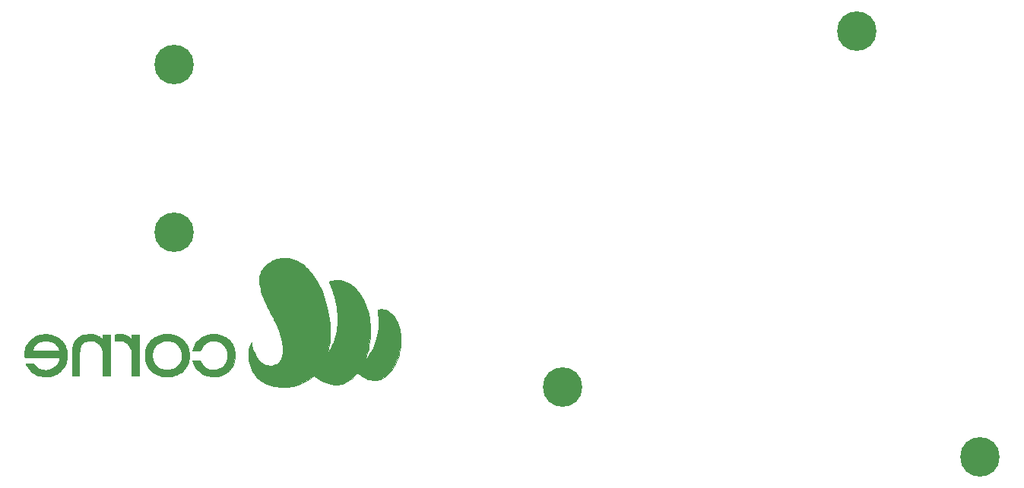
<source format=gbr>
G04 #@! TF.GenerationSoftware,KiCad,Pcbnew,5.1.5+dfsg1-2~bpo10+1*
G04 #@! TF.CreationDate,2020-09-05T13:32:20+00:00*
G04 #@! TF.ProjectId,corne-bottom-plate,636f726e-652d-4626-9f74-746f6d2d706c,2.1*
G04 #@! TF.SameCoordinates,Original*
G04 #@! TF.FileFunction,Soldermask,Bot*
G04 #@! TF.FilePolarity,Negative*
%FSLAX46Y46*%
G04 Gerber Fmt 4.6, Leading zero omitted, Abs format (unit mm)*
G04 Created by KiCad (PCBNEW 5.1.5+dfsg1-2~bpo10+1) date 2020-09-05 13:32:20*
%MOMM*%
%LPD*%
G04 APERTURE LIST*
%ADD10C,0.010000*%
%ADD11C,4.400000*%
G04 APERTURE END LIST*
D10*
G36*
X91790042Y-108333211D02*
G01*
X91671744Y-108334256D01*
X91569711Y-108337326D01*
X91479097Y-108342949D01*
X91395054Y-108351654D01*
X91312734Y-108363969D01*
X91227289Y-108380423D01*
X91133872Y-108401546D01*
X91109416Y-108407444D01*
X90901625Y-108465453D01*
X90694407Y-108537578D01*
X90490640Y-108622314D01*
X90293201Y-108718151D01*
X90104968Y-108823583D01*
X89928820Y-108937101D01*
X89767634Y-109057197D01*
X89624287Y-109182363D01*
X89616842Y-109189495D01*
X89471991Y-109341325D01*
X89346534Y-109499642D01*
X89239801Y-109665781D01*
X89151124Y-109841079D01*
X89079831Y-110026870D01*
X89025255Y-110224490D01*
X88986725Y-110435276D01*
X88984566Y-110450890D01*
X88976076Y-110532745D01*
X88970163Y-110630340D01*
X88966828Y-110738408D01*
X88966072Y-110851679D01*
X88967895Y-110964885D01*
X88972297Y-111072758D01*
X88979279Y-111170029D01*
X88984507Y-111219485D01*
X89024287Y-111485338D01*
X89079873Y-111759195D01*
X89151478Y-112041734D01*
X89239312Y-112333636D01*
X89343587Y-112635582D01*
X89464514Y-112948251D01*
X89602305Y-113272323D01*
X89667931Y-113417833D01*
X89711661Y-113511016D01*
X89764177Y-113619275D01*
X89823777Y-113739300D01*
X89888758Y-113867784D01*
X89957416Y-114001417D01*
X90028047Y-114136890D01*
X90098950Y-114270896D01*
X90168420Y-114400124D01*
X90234754Y-114521266D01*
X90250843Y-114550250D01*
X90316340Y-114669446D01*
X90385506Y-114798160D01*
X90456690Y-114933143D01*
X90528244Y-115071144D01*
X90598516Y-115208912D01*
X90665858Y-115343197D01*
X90728618Y-115470750D01*
X90785148Y-115588318D01*
X90833798Y-115692654D01*
X90857905Y-115746166D01*
X91000727Y-116082455D01*
X91127979Y-116411422D01*
X91239508Y-116732447D01*
X91335161Y-117044910D01*
X91414787Y-117348191D01*
X91478232Y-117641669D01*
X91525345Y-117924723D01*
X91555972Y-118196734D01*
X91569961Y-118457080D01*
X91569543Y-118640708D01*
X91559709Y-118831847D01*
X91540828Y-119006630D01*
X91512235Y-119168139D01*
X91473263Y-119319452D01*
X91423248Y-119463652D01*
X91361538Y-119603791D01*
X91296664Y-119725210D01*
X91227435Y-119830609D01*
X91150291Y-119925122D01*
X91107951Y-119969589D01*
X90986265Y-120076833D01*
X90853442Y-120166642D01*
X90710814Y-120238683D01*
X90559713Y-120292627D01*
X90401470Y-120328142D01*
X90237418Y-120344896D01*
X90068888Y-120342559D01*
X89897213Y-120320799D01*
X89789792Y-120297412D01*
X89635255Y-120250548D01*
X89489718Y-120189762D01*
X89350650Y-120113550D01*
X89215520Y-120020403D01*
X89081799Y-119908815D01*
X88990146Y-119821400D01*
X88882444Y-119707941D01*
X88785511Y-119592988D01*
X88696257Y-119472218D01*
X88611593Y-119341309D01*
X88528428Y-119195936D01*
X88486692Y-119116958D01*
X88411528Y-118961521D01*
X88342104Y-118798498D01*
X88279467Y-118631349D01*
X88224665Y-118463538D01*
X88178746Y-118298525D01*
X88142757Y-118139773D01*
X88117746Y-117990744D01*
X88104761Y-117854900D01*
X88104761Y-117854895D01*
X88101786Y-117807561D01*
X88098367Y-117769149D01*
X88094948Y-117743877D01*
X88092240Y-117735853D01*
X88082191Y-117744517D01*
X88064921Y-117767656D01*
X88043124Y-117801043D01*
X88019494Y-117840453D01*
X87996724Y-117881660D01*
X87986293Y-117902042D01*
X87926365Y-118041056D01*
X87875159Y-118197860D01*
X87832971Y-118370829D01*
X87800095Y-118558336D01*
X87776827Y-118758757D01*
X87763462Y-118970464D01*
X87760097Y-119148708D01*
X87769408Y-119442566D01*
X87797333Y-119726570D01*
X87843957Y-120001092D01*
X87909361Y-120266505D01*
X87993628Y-120523179D01*
X88096841Y-120771486D01*
X88140789Y-120863208D01*
X88266427Y-121093326D01*
X88407243Y-121308722D01*
X88563156Y-121509351D01*
X88734088Y-121695163D01*
X88919961Y-121866113D01*
X89120696Y-122022152D01*
X89336215Y-122163234D01*
X89566439Y-122289310D01*
X89811290Y-122400333D01*
X90070689Y-122496257D01*
X90344557Y-122577033D01*
X90632816Y-122642614D01*
X90935387Y-122692954D01*
X91229125Y-122726011D01*
X91308953Y-122731964D01*
X91401612Y-122737063D01*
X91503006Y-122741233D01*
X91609035Y-122744400D01*
X91715602Y-122746490D01*
X91818610Y-122747427D01*
X91913960Y-122747138D01*
X91997555Y-122745549D01*
X92065297Y-122742584D01*
X92081084Y-122741481D01*
X92285602Y-122719710D01*
X92499639Y-122685986D01*
X92716227Y-122641632D01*
X92928396Y-122587969D01*
X93000980Y-122567036D01*
X93252722Y-122484054D01*
X93507614Y-122384911D01*
X93762178Y-122271445D01*
X94012936Y-122145494D01*
X94256409Y-122008898D01*
X94489120Y-121863495D01*
X94707589Y-121711122D01*
X94890959Y-121568064D01*
X94928390Y-121537217D01*
X94961275Y-121510258D01*
X94985184Y-121490809D01*
X94993850Y-121483883D01*
X95002423Y-121479783D01*
X95014136Y-121480818D01*
X95031701Y-121488460D01*
X95057835Y-121504181D01*
X95095250Y-121529452D01*
X95146660Y-121565747D01*
X95152600Y-121569985D01*
X95411251Y-121745833D01*
X95669146Y-121903610D01*
X95925518Y-122042968D01*
X96179601Y-122163559D01*
X96430629Y-122265035D01*
X96677836Y-122347046D01*
X96920455Y-122409245D01*
X97056274Y-122435678D01*
X97130264Y-122445905D01*
X97218775Y-122454193D01*
X97316412Y-122460371D01*
X97417785Y-122464269D01*
X97517502Y-122465717D01*
X97610170Y-122464543D01*
X97690397Y-122460578D01*
X97728924Y-122456953D01*
X97959731Y-122419264D01*
X98187236Y-122360832D01*
X98411051Y-122281881D01*
X98630793Y-122182633D01*
X98846075Y-122063310D01*
X99056510Y-121924135D01*
X99261714Y-121765331D01*
X99461301Y-121587119D01*
X99654884Y-121389723D01*
X99735594Y-121299673D01*
X99787037Y-121241968D01*
X99827177Y-121199597D01*
X99855562Y-121173008D01*
X99871738Y-121162647D01*
X99874507Y-121162992D01*
X99887755Y-121173265D01*
X99913084Y-121193081D01*
X99945951Y-121218881D01*
X99960774Y-121230538D01*
X100185884Y-121397320D01*
X100410452Y-121542956D01*
X100634508Y-121667457D01*
X100858081Y-121770837D01*
X101081198Y-121853107D01*
X101303889Y-121914279D01*
X101526182Y-121954367D01*
X101668713Y-121968998D01*
X101856636Y-121973029D01*
X102040534Y-121957396D01*
X102222013Y-121921772D01*
X102402680Y-121865830D01*
X102584143Y-121789246D01*
X102605538Y-121778903D01*
X102796752Y-121673869D01*
X102982441Y-121549227D01*
X103162008Y-121405959D01*
X103334854Y-121245041D01*
X103500382Y-121067453D01*
X103657995Y-120874173D01*
X103807095Y-120666181D01*
X103947084Y-120444454D01*
X104077365Y-120209972D01*
X104197341Y-119963713D01*
X104306413Y-119706656D01*
X104403985Y-119439780D01*
X104489459Y-119164063D01*
X104562237Y-118880484D01*
X104621722Y-118590022D01*
X104647546Y-118434333D01*
X104668202Y-118290509D01*
X104684366Y-118157367D01*
X104696590Y-118028310D01*
X104705423Y-117896741D01*
X104711415Y-117756063D01*
X104714580Y-117630000D01*
X104716118Y-117445749D01*
X104713228Y-117276367D01*
X104705628Y-117115968D01*
X104693037Y-116958663D01*
X104675174Y-116798566D01*
X104674586Y-116793916D01*
X104633639Y-116526401D01*
X104580078Y-116268229D01*
X104514409Y-116020197D01*
X104437136Y-115783099D01*
X104348768Y-115557730D01*
X104249809Y-115344885D01*
X104140765Y-115145359D01*
X104022143Y-114959948D01*
X103894449Y-114789446D01*
X103758188Y-114634648D01*
X103613867Y-114496349D01*
X103461992Y-114375345D01*
X103303069Y-114272431D01*
X103137604Y-114188401D01*
X102977505Y-114127646D01*
X102840421Y-114089861D01*
X102707183Y-114066273D01*
X102570112Y-114055852D01*
X102447459Y-114056479D01*
X102372808Y-114060271D01*
X102302381Y-114065877D01*
X102239499Y-114072858D01*
X102187480Y-114080778D01*
X102149645Y-114089198D01*
X102129314Y-114097682D01*
X102128354Y-114098535D01*
X102127730Y-114110695D01*
X102130234Y-114140105D01*
X102135443Y-114183149D01*
X102142933Y-114236211D01*
X102149316Y-114277440D01*
X102193130Y-114595835D01*
X102223897Y-114920329D01*
X102241489Y-115246621D01*
X102245774Y-115570415D01*
X102236624Y-115887412D01*
X102213908Y-116193312D01*
X102208722Y-116243583D01*
X102158176Y-116616577D01*
X102087528Y-116983257D01*
X101996967Y-117343162D01*
X101886681Y-117695834D01*
X101756861Y-118040812D01*
X101607694Y-118377635D01*
X101439370Y-118705844D01*
X101252078Y-119024979D01*
X101046006Y-119334580D01*
X100821345Y-119634187D01*
X100809743Y-119648752D01*
X100766279Y-119703202D01*
X100734264Y-119743254D01*
X100711866Y-119770992D01*
X100697251Y-119788495D01*
X100688583Y-119797848D01*
X100684030Y-119801131D01*
X100681757Y-119800426D01*
X100679930Y-119797815D01*
X100679185Y-119796962D01*
X100681014Y-119785683D01*
X100689793Y-119758001D01*
X100704396Y-119717076D01*
X100723693Y-119666069D01*
X100746557Y-119608140D01*
X100746877Y-119607344D01*
X100882860Y-119241587D01*
X101000810Y-118864974D01*
X101100652Y-118477855D01*
X101182313Y-118080578D01*
X101245717Y-117673493D01*
X101290790Y-117256949D01*
X101310636Y-116973833D01*
X101314512Y-116882114D01*
X101317073Y-116774506D01*
X101318373Y-116654952D01*
X101318467Y-116527394D01*
X101317409Y-116395775D01*
X101315254Y-116264035D01*
X101312057Y-116136119D01*
X101307872Y-116015967D01*
X101302754Y-115907523D01*
X101296757Y-115814728D01*
X101294154Y-115783208D01*
X101250527Y-115388197D01*
X101191055Y-115002908D01*
X101115970Y-114628189D01*
X101025508Y-114264883D01*
X100919900Y-113913837D01*
X100799381Y-113575895D01*
X100664185Y-113251903D01*
X100514545Y-112942706D01*
X100502893Y-112920416D01*
X100355226Y-112655922D01*
X100198461Y-112406768D01*
X100033160Y-112173458D01*
X99859882Y-111956499D01*
X99679187Y-111756395D01*
X99491636Y-111573651D01*
X99297787Y-111408773D01*
X99098202Y-111262264D01*
X98893440Y-111134631D01*
X98684062Y-111026378D01*
X98470626Y-110938010D01*
X98253694Y-110870033D01*
X98219655Y-110861320D01*
X97993955Y-110815756D01*
X97768757Y-110791166D01*
X97544597Y-110787552D01*
X97322010Y-110804916D01*
X97101532Y-110843259D01*
X97039375Y-110857974D01*
X96991699Y-110870737D01*
X96938019Y-110886411D01*
X96882011Y-110903765D01*
X96827350Y-110921565D01*
X96777712Y-110938580D01*
X96736772Y-110953579D01*
X96708205Y-110965328D01*
X96695685Y-110972596D01*
X96695417Y-110973273D01*
X96699599Y-110985883D01*
X96710847Y-111013047D01*
X96727210Y-111050169D01*
X96738631Y-111075217D01*
X96899026Y-111444928D01*
X97046060Y-111829173D01*
X97179118Y-112225583D01*
X97297585Y-112631792D01*
X97400846Y-113045434D01*
X97488285Y-113464142D01*
X97559288Y-113885549D01*
X97613239Y-114307288D01*
X97633710Y-114518500D01*
X97639000Y-114593624D01*
X97643497Y-114685280D01*
X97647187Y-114790165D01*
X97650054Y-114904976D01*
X97652084Y-115026411D01*
X97653261Y-115151166D01*
X97653570Y-115275939D01*
X97652997Y-115397427D01*
X97651526Y-115512326D01*
X97649143Y-115617335D01*
X97645832Y-115709151D01*
X97641579Y-115784470D01*
X97639573Y-115809666D01*
X97601274Y-116162628D01*
X97550289Y-116500015D01*
X97486168Y-116823523D01*
X97408460Y-117134850D01*
X97316714Y-117435691D01*
X97210479Y-117727744D01*
X97089306Y-118012706D01*
X97010576Y-118178291D01*
X96976374Y-118245576D01*
X96937468Y-118318879D01*
X96895175Y-118396002D01*
X96850812Y-118474749D01*
X96805696Y-118552923D01*
X96761145Y-118628327D01*
X96718476Y-118698765D01*
X96679007Y-118762040D01*
X96644053Y-118815955D01*
X96614934Y-118858314D01*
X96592966Y-118886919D01*
X96579466Y-118899574D01*
X96577798Y-118900000D01*
X96573424Y-118900272D01*
X96570691Y-118899067D01*
X96570145Y-118893351D01*
X96572329Y-118880092D01*
X96577790Y-118856255D01*
X96587072Y-118818808D01*
X96600720Y-118764717D01*
X96605539Y-118745618D01*
X96684772Y-118392412D01*
X96747738Y-118026424D01*
X96794462Y-117648386D01*
X96824967Y-117259030D01*
X96839277Y-116859089D01*
X96837417Y-116449295D01*
X96819411Y-116030379D01*
X96785282Y-115603074D01*
X96735056Y-115168113D01*
X96668756Y-114726226D01*
X96586407Y-114278147D01*
X96488031Y-113824608D01*
X96436218Y-113609572D01*
X96349938Y-113277885D01*
X96260350Y-112964421D01*
X96166451Y-112666364D01*
X96067240Y-112380896D01*
X95961716Y-112105201D01*
X95848877Y-111836461D01*
X95727722Y-111571860D01*
X95668218Y-111449333D01*
X95502757Y-111130707D01*
X95328809Y-110826738D01*
X95146854Y-110537884D01*
X94957368Y-110264605D01*
X94760830Y-110007361D01*
X94557720Y-109766611D01*
X94348514Y-109542814D01*
X94133692Y-109336430D01*
X93913732Y-109147919D01*
X93689112Y-108977738D01*
X93460311Y-108826349D01*
X93227807Y-108694211D01*
X92992078Y-108581782D01*
X92753603Y-108489522D01*
X92512860Y-108417891D01*
X92511247Y-108417484D01*
X92411855Y-108393122D01*
X92325028Y-108373820D01*
X92246018Y-108359023D01*
X92170079Y-108348177D01*
X92092462Y-108340725D01*
X92008419Y-108336115D01*
X91913205Y-108333790D01*
X91802070Y-108333197D01*
X91790042Y-108333211D01*
G37*
X91790042Y-108333211D02*
X91671744Y-108334256D01*
X91569711Y-108337326D01*
X91479097Y-108342949D01*
X91395054Y-108351654D01*
X91312734Y-108363969D01*
X91227289Y-108380423D01*
X91133872Y-108401546D01*
X91109416Y-108407444D01*
X90901625Y-108465453D01*
X90694407Y-108537578D01*
X90490640Y-108622314D01*
X90293201Y-108718151D01*
X90104968Y-108823583D01*
X89928820Y-108937101D01*
X89767634Y-109057197D01*
X89624287Y-109182363D01*
X89616842Y-109189495D01*
X89471991Y-109341325D01*
X89346534Y-109499642D01*
X89239801Y-109665781D01*
X89151124Y-109841079D01*
X89079831Y-110026870D01*
X89025255Y-110224490D01*
X88986725Y-110435276D01*
X88984566Y-110450890D01*
X88976076Y-110532745D01*
X88970163Y-110630340D01*
X88966828Y-110738408D01*
X88966072Y-110851679D01*
X88967895Y-110964885D01*
X88972297Y-111072758D01*
X88979279Y-111170029D01*
X88984507Y-111219485D01*
X89024287Y-111485338D01*
X89079873Y-111759195D01*
X89151478Y-112041734D01*
X89239312Y-112333636D01*
X89343587Y-112635582D01*
X89464514Y-112948251D01*
X89602305Y-113272323D01*
X89667931Y-113417833D01*
X89711661Y-113511016D01*
X89764177Y-113619275D01*
X89823777Y-113739300D01*
X89888758Y-113867784D01*
X89957416Y-114001417D01*
X90028047Y-114136890D01*
X90098950Y-114270896D01*
X90168420Y-114400124D01*
X90234754Y-114521266D01*
X90250843Y-114550250D01*
X90316340Y-114669446D01*
X90385506Y-114798160D01*
X90456690Y-114933143D01*
X90528244Y-115071144D01*
X90598516Y-115208912D01*
X90665858Y-115343197D01*
X90728618Y-115470750D01*
X90785148Y-115588318D01*
X90833798Y-115692654D01*
X90857905Y-115746166D01*
X91000727Y-116082455D01*
X91127979Y-116411422D01*
X91239508Y-116732447D01*
X91335161Y-117044910D01*
X91414787Y-117348191D01*
X91478232Y-117641669D01*
X91525345Y-117924723D01*
X91555972Y-118196734D01*
X91569961Y-118457080D01*
X91569543Y-118640708D01*
X91559709Y-118831847D01*
X91540828Y-119006630D01*
X91512235Y-119168139D01*
X91473263Y-119319452D01*
X91423248Y-119463652D01*
X91361538Y-119603791D01*
X91296664Y-119725210D01*
X91227435Y-119830609D01*
X91150291Y-119925122D01*
X91107951Y-119969589D01*
X90986265Y-120076833D01*
X90853442Y-120166642D01*
X90710814Y-120238683D01*
X90559713Y-120292627D01*
X90401470Y-120328142D01*
X90237418Y-120344896D01*
X90068888Y-120342559D01*
X89897213Y-120320799D01*
X89789792Y-120297412D01*
X89635255Y-120250548D01*
X89489718Y-120189762D01*
X89350650Y-120113550D01*
X89215520Y-120020403D01*
X89081799Y-119908815D01*
X88990146Y-119821400D01*
X88882444Y-119707941D01*
X88785511Y-119592988D01*
X88696257Y-119472218D01*
X88611593Y-119341309D01*
X88528428Y-119195936D01*
X88486692Y-119116958D01*
X88411528Y-118961521D01*
X88342104Y-118798498D01*
X88279467Y-118631349D01*
X88224665Y-118463538D01*
X88178746Y-118298525D01*
X88142757Y-118139773D01*
X88117746Y-117990744D01*
X88104761Y-117854900D01*
X88104761Y-117854895D01*
X88101786Y-117807561D01*
X88098367Y-117769149D01*
X88094948Y-117743877D01*
X88092240Y-117735853D01*
X88082191Y-117744517D01*
X88064921Y-117767656D01*
X88043124Y-117801043D01*
X88019494Y-117840453D01*
X87996724Y-117881660D01*
X87986293Y-117902042D01*
X87926365Y-118041056D01*
X87875159Y-118197860D01*
X87832971Y-118370829D01*
X87800095Y-118558336D01*
X87776827Y-118758757D01*
X87763462Y-118970464D01*
X87760097Y-119148708D01*
X87769408Y-119442566D01*
X87797333Y-119726570D01*
X87843957Y-120001092D01*
X87909361Y-120266505D01*
X87993628Y-120523179D01*
X88096841Y-120771486D01*
X88140789Y-120863208D01*
X88266427Y-121093326D01*
X88407243Y-121308722D01*
X88563156Y-121509351D01*
X88734088Y-121695163D01*
X88919961Y-121866113D01*
X89120696Y-122022152D01*
X89336215Y-122163234D01*
X89566439Y-122289310D01*
X89811290Y-122400333D01*
X90070689Y-122496257D01*
X90344557Y-122577033D01*
X90632816Y-122642614D01*
X90935387Y-122692954D01*
X91229125Y-122726011D01*
X91308953Y-122731964D01*
X91401612Y-122737063D01*
X91503006Y-122741233D01*
X91609035Y-122744400D01*
X91715602Y-122746490D01*
X91818610Y-122747427D01*
X91913960Y-122747138D01*
X91997555Y-122745549D01*
X92065297Y-122742584D01*
X92081084Y-122741481D01*
X92285602Y-122719710D01*
X92499639Y-122685986D01*
X92716227Y-122641632D01*
X92928396Y-122587969D01*
X93000980Y-122567036D01*
X93252722Y-122484054D01*
X93507614Y-122384911D01*
X93762178Y-122271445D01*
X94012936Y-122145494D01*
X94256409Y-122008898D01*
X94489120Y-121863495D01*
X94707589Y-121711122D01*
X94890959Y-121568064D01*
X94928390Y-121537217D01*
X94961275Y-121510258D01*
X94985184Y-121490809D01*
X94993850Y-121483883D01*
X95002423Y-121479783D01*
X95014136Y-121480818D01*
X95031701Y-121488460D01*
X95057835Y-121504181D01*
X95095250Y-121529452D01*
X95146660Y-121565747D01*
X95152600Y-121569985D01*
X95411251Y-121745833D01*
X95669146Y-121903610D01*
X95925518Y-122042968D01*
X96179601Y-122163559D01*
X96430629Y-122265035D01*
X96677836Y-122347046D01*
X96920455Y-122409245D01*
X97056274Y-122435678D01*
X97130264Y-122445905D01*
X97218775Y-122454193D01*
X97316412Y-122460371D01*
X97417785Y-122464269D01*
X97517502Y-122465717D01*
X97610170Y-122464543D01*
X97690397Y-122460578D01*
X97728924Y-122456953D01*
X97959731Y-122419264D01*
X98187236Y-122360832D01*
X98411051Y-122281881D01*
X98630793Y-122182633D01*
X98846075Y-122063310D01*
X99056510Y-121924135D01*
X99261714Y-121765331D01*
X99461301Y-121587119D01*
X99654884Y-121389723D01*
X99735594Y-121299673D01*
X99787037Y-121241968D01*
X99827177Y-121199597D01*
X99855562Y-121173008D01*
X99871738Y-121162647D01*
X99874507Y-121162992D01*
X99887755Y-121173265D01*
X99913084Y-121193081D01*
X99945951Y-121218881D01*
X99960774Y-121230538D01*
X100185884Y-121397320D01*
X100410452Y-121542956D01*
X100634508Y-121667457D01*
X100858081Y-121770837D01*
X101081198Y-121853107D01*
X101303889Y-121914279D01*
X101526182Y-121954367D01*
X101668713Y-121968998D01*
X101856636Y-121973029D01*
X102040534Y-121957396D01*
X102222013Y-121921772D01*
X102402680Y-121865830D01*
X102584143Y-121789246D01*
X102605538Y-121778903D01*
X102796752Y-121673869D01*
X102982441Y-121549227D01*
X103162008Y-121405959D01*
X103334854Y-121245041D01*
X103500382Y-121067453D01*
X103657995Y-120874173D01*
X103807095Y-120666181D01*
X103947084Y-120444454D01*
X104077365Y-120209972D01*
X104197341Y-119963713D01*
X104306413Y-119706656D01*
X104403985Y-119439780D01*
X104489459Y-119164063D01*
X104562237Y-118880484D01*
X104621722Y-118590022D01*
X104647546Y-118434333D01*
X104668202Y-118290509D01*
X104684366Y-118157367D01*
X104696590Y-118028310D01*
X104705423Y-117896741D01*
X104711415Y-117756063D01*
X104714580Y-117630000D01*
X104716118Y-117445749D01*
X104713228Y-117276367D01*
X104705628Y-117115968D01*
X104693037Y-116958663D01*
X104675174Y-116798566D01*
X104674586Y-116793916D01*
X104633639Y-116526401D01*
X104580078Y-116268229D01*
X104514409Y-116020197D01*
X104437136Y-115783099D01*
X104348768Y-115557730D01*
X104249809Y-115344885D01*
X104140765Y-115145359D01*
X104022143Y-114959948D01*
X103894449Y-114789446D01*
X103758188Y-114634648D01*
X103613867Y-114496349D01*
X103461992Y-114375345D01*
X103303069Y-114272431D01*
X103137604Y-114188401D01*
X102977505Y-114127646D01*
X102840421Y-114089861D01*
X102707183Y-114066273D01*
X102570112Y-114055852D01*
X102447459Y-114056479D01*
X102372808Y-114060271D01*
X102302381Y-114065877D01*
X102239499Y-114072858D01*
X102187480Y-114080778D01*
X102149645Y-114089198D01*
X102129314Y-114097682D01*
X102128354Y-114098535D01*
X102127730Y-114110695D01*
X102130234Y-114140105D01*
X102135443Y-114183149D01*
X102142933Y-114236211D01*
X102149316Y-114277440D01*
X102193130Y-114595835D01*
X102223897Y-114920329D01*
X102241489Y-115246621D01*
X102245774Y-115570415D01*
X102236624Y-115887412D01*
X102213908Y-116193312D01*
X102208722Y-116243583D01*
X102158176Y-116616577D01*
X102087528Y-116983257D01*
X101996967Y-117343162D01*
X101886681Y-117695834D01*
X101756861Y-118040812D01*
X101607694Y-118377635D01*
X101439370Y-118705844D01*
X101252078Y-119024979D01*
X101046006Y-119334580D01*
X100821345Y-119634187D01*
X100809743Y-119648752D01*
X100766279Y-119703202D01*
X100734264Y-119743254D01*
X100711866Y-119770992D01*
X100697251Y-119788495D01*
X100688583Y-119797848D01*
X100684030Y-119801131D01*
X100681757Y-119800426D01*
X100679930Y-119797815D01*
X100679185Y-119796962D01*
X100681014Y-119785683D01*
X100689793Y-119758001D01*
X100704396Y-119717076D01*
X100723693Y-119666069D01*
X100746557Y-119608140D01*
X100746877Y-119607344D01*
X100882860Y-119241587D01*
X101000810Y-118864974D01*
X101100652Y-118477855D01*
X101182313Y-118080578D01*
X101245717Y-117673493D01*
X101290790Y-117256949D01*
X101310636Y-116973833D01*
X101314512Y-116882114D01*
X101317073Y-116774506D01*
X101318373Y-116654952D01*
X101318467Y-116527394D01*
X101317409Y-116395775D01*
X101315254Y-116264035D01*
X101312057Y-116136119D01*
X101307872Y-116015967D01*
X101302754Y-115907523D01*
X101296757Y-115814728D01*
X101294154Y-115783208D01*
X101250527Y-115388197D01*
X101191055Y-115002908D01*
X101115970Y-114628189D01*
X101025508Y-114264883D01*
X100919900Y-113913837D01*
X100799381Y-113575895D01*
X100664185Y-113251903D01*
X100514545Y-112942706D01*
X100502893Y-112920416D01*
X100355226Y-112655922D01*
X100198461Y-112406768D01*
X100033160Y-112173458D01*
X99859882Y-111956499D01*
X99679187Y-111756395D01*
X99491636Y-111573651D01*
X99297787Y-111408773D01*
X99098202Y-111262264D01*
X98893440Y-111134631D01*
X98684062Y-111026378D01*
X98470626Y-110938010D01*
X98253694Y-110870033D01*
X98219655Y-110861320D01*
X97993955Y-110815756D01*
X97768757Y-110791166D01*
X97544597Y-110787552D01*
X97322010Y-110804916D01*
X97101532Y-110843259D01*
X97039375Y-110857974D01*
X96991699Y-110870737D01*
X96938019Y-110886411D01*
X96882011Y-110903765D01*
X96827350Y-110921565D01*
X96777712Y-110938580D01*
X96736772Y-110953579D01*
X96708205Y-110965328D01*
X96695685Y-110972596D01*
X96695417Y-110973273D01*
X96699599Y-110985883D01*
X96710847Y-111013047D01*
X96727210Y-111050169D01*
X96738631Y-111075217D01*
X96899026Y-111444928D01*
X97046060Y-111829173D01*
X97179118Y-112225583D01*
X97297585Y-112631792D01*
X97400846Y-113045434D01*
X97488285Y-113464142D01*
X97559288Y-113885549D01*
X97613239Y-114307288D01*
X97633710Y-114518500D01*
X97639000Y-114593624D01*
X97643497Y-114685280D01*
X97647187Y-114790165D01*
X97650054Y-114904976D01*
X97652084Y-115026411D01*
X97653261Y-115151166D01*
X97653570Y-115275939D01*
X97652997Y-115397427D01*
X97651526Y-115512326D01*
X97649143Y-115617335D01*
X97645832Y-115709151D01*
X97641579Y-115784470D01*
X97639573Y-115809666D01*
X97601274Y-116162628D01*
X97550289Y-116500015D01*
X97486168Y-116823523D01*
X97408460Y-117134850D01*
X97316714Y-117435691D01*
X97210479Y-117727744D01*
X97089306Y-118012706D01*
X97010576Y-118178291D01*
X96976374Y-118245576D01*
X96937468Y-118318879D01*
X96895175Y-118396002D01*
X96850812Y-118474749D01*
X96805696Y-118552923D01*
X96761145Y-118628327D01*
X96718476Y-118698765D01*
X96679007Y-118762040D01*
X96644053Y-118815955D01*
X96614934Y-118858314D01*
X96592966Y-118886919D01*
X96579466Y-118899574D01*
X96577798Y-118900000D01*
X96573424Y-118900272D01*
X96570691Y-118899067D01*
X96570145Y-118893351D01*
X96572329Y-118880092D01*
X96577790Y-118856255D01*
X96587072Y-118818808D01*
X96600720Y-118764717D01*
X96605539Y-118745618D01*
X96684772Y-118392412D01*
X96747738Y-118026424D01*
X96794462Y-117648386D01*
X96824967Y-117259030D01*
X96839277Y-116859089D01*
X96837417Y-116449295D01*
X96819411Y-116030379D01*
X96785282Y-115603074D01*
X96735056Y-115168113D01*
X96668756Y-114726226D01*
X96586407Y-114278147D01*
X96488031Y-113824608D01*
X96436218Y-113609572D01*
X96349938Y-113277885D01*
X96260350Y-112964421D01*
X96166451Y-112666364D01*
X96067240Y-112380896D01*
X95961716Y-112105201D01*
X95848877Y-111836461D01*
X95727722Y-111571860D01*
X95668218Y-111449333D01*
X95502757Y-111130707D01*
X95328809Y-110826738D01*
X95146854Y-110537884D01*
X94957368Y-110264605D01*
X94760830Y-110007361D01*
X94557720Y-109766611D01*
X94348514Y-109542814D01*
X94133692Y-109336430D01*
X93913732Y-109147919D01*
X93689112Y-108977738D01*
X93460311Y-108826349D01*
X93227807Y-108694211D01*
X92992078Y-108581782D01*
X92753603Y-108489522D01*
X92512860Y-108417891D01*
X92511247Y-108417484D01*
X92411855Y-108393122D01*
X92325028Y-108373820D01*
X92246018Y-108359023D01*
X92170079Y-108348177D01*
X92092462Y-108340725D01*
X92008419Y-108336115D01*
X91913205Y-108333790D01*
X91802070Y-108333197D01*
X91790042Y-108333211D01*
G36*
X78648663Y-116830358D02*
G01*
X78552993Y-116831834D01*
X78461528Y-116834679D01*
X78378486Y-116838864D01*
X78308087Y-116844356D01*
X78259250Y-116850356D01*
X78023320Y-116897058D01*
X77798532Y-116960522D01*
X77585507Y-117040417D01*
X77384861Y-117136412D01*
X77197214Y-117248179D01*
X77023186Y-117375386D01*
X76863394Y-117517703D01*
X76721508Y-117671156D01*
X76598721Y-117833688D01*
X76491130Y-118009846D01*
X76399484Y-118197789D01*
X76324532Y-118395672D01*
X76267024Y-118601651D01*
X76227709Y-118813884D01*
X76215717Y-118915383D01*
X76210390Y-118992158D01*
X76207560Y-119082442D01*
X76207089Y-119181362D01*
X76208839Y-119284042D01*
X76212671Y-119385608D01*
X76218446Y-119481183D01*
X76226027Y-119565894D01*
X76235276Y-119634866D01*
X76236309Y-119640833D01*
X76269503Y-119804615D01*
X76308843Y-119953681D01*
X76356276Y-120094060D01*
X76413751Y-120231783D01*
X76455124Y-120318166D01*
X76556998Y-120498167D01*
X76676473Y-120667069D01*
X76812688Y-120824125D01*
X76964783Y-120968589D01*
X77131896Y-121099713D01*
X77313167Y-121216752D01*
X77507735Y-121318958D01*
X77704599Y-121401818D01*
X77911516Y-121468988D01*
X78128910Y-121520461D01*
X78352447Y-121555661D01*
X78577792Y-121574014D01*
X78800612Y-121574945D01*
X78941875Y-121565950D01*
X79173959Y-121535270D01*
X79397561Y-121487089D01*
X79611787Y-121421985D01*
X79815742Y-121340536D01*
X80008530Y-121243320D01*
X80189257Y-121130914D01*
X80357026Y-121003897D01*
X80510943Y-120862847D01*
X80650113Y-120708341D01*
X80773639Y-120540957D01*
X80880627Y-120361274D01*
X80915881Y-120291708D01*
X80983788Y-120140466D01*
X81038594Y-119992972D01*
X81081551Y-119844317D01*
X81113913Y-119689591D01*
X81136931Y-119523884D01*
X81149817Y-119374803D01*
X81153149Y-119247655D01*
X80321735Y-119247655D01*
X80319349Y-119345399D01*
X80312344Y-119434076D01*
X80300155Y-119519588D01*
X80282219Y-119607841D01*
X80270089Y-119658144D01*
X80216685Y-119828201D01*
X80145217Y-119988135D01*
X80056682Y-120137026D01*
X79952078Y-120273953D01*
X79832402Y-120397995D01*
X79698653Y-120508232D01*
X79551826Y-120603743D01*
X79392921Y-120683608D01*
X79222934Y-120746905D01*
X79042862Y-120792715D01*
X79040200Y-120793242D01*
X78990057Y-120803087D01*
X78949568Y-120810574D01*
X78914658Y-120815978D01*
X78881250Y-120819579D01*
X78845266Y-120821652D01*
X78802629Y-120822476D01*
X78749263Y-120822328D01*
X78681091Y-120821486D01*
X78634959Y-120820814D01*
X78553628Y-120819354D01*
X78489158Y-120817392D01*
X78437244Y-120814563D01*
X78393581Y-120810498D01*
X78353865Y-120804831D01*
X78313789Y-120797196D01*
X78285709Y-120791049D01*
X78100165Y-120739189D01*
X77927153Y-120670798D01*
X77767278Y-120586483D01*
X77621149Y-120486849D01*
X77489373Y-120372505D01*
X77372555Y-120244057D01*
X77271304Y-120102110D01*
X77186226Y-119947273D01*
X77117928Y-119780151D01*
X77067017Y-119601351D01*
X77059157Y-119565126D01*
X77036816Y-119419652D01*
X77026813Y-119264248D01*
X77028838Y-119104330D01*
X77042585Y-118945311D01*
X77067743Y-118792604D01*
X77104005Y-118651625D01*
X77112725Y-118624833D01*
X77180499Y-118456070D01*
X77264929Y-118299922D01*
X77365261Y-118156969D01*
X77480740Y-118027791D01*
X77610610Y-117912968D01*
X77754118Y-117813078D01*
X77910507Y-117728701D01*
X78079023Y-117660418D01*
X78258911Y-117608808D01*
X78449415Y-117574450D01*
X78486792Y-117569915D01*
X78557104Y-117562631D01*
X78614362Y-117558508D01*
X78666418Y-117557411D01*
X78721128Y-117559209D01*
X78786346Y-117563765D01*
X78796962Y-117564632D01*
X78995281Y-117589636D01*
X79180399Y-117630924D01*
X79352981Y-117688789D01*
X79513690Y-117763520D01*
X79663190Y-117855409D01*
X79802143Y-117964745D01*
X79881784Y-118039905D01*
X79995992Y-118168457D01*
X80092449Y-118306597D01*
X80172464Y-118456465D01*
X80237345Y-118620202D01*
X80238340Y-118623164D01*
X80266638Y-118715673D01*
X80287994Y-118805535D01*
X80303315Y-118898431D01*
X80313508Y-119000042D01*
X80319481Y-119116051D01*
X80320066Y-119134938D01*
X80321735Y-119247655D01*
X81153149Y-119247655D01*
X81155932Y-119141487D01*
X81143016Y-118914489D01*
X81111343Y-118694623D01*
X81061188Y-118482701D01*
X80992824Y-118279534D01*
X80906526Y-118085936D01*
X80802568Y-117902719D01*
X80681224Y-117730695D01*
X80542768Y-117570677D01*
X80539959Y-117567743D01*
X80384647Y-117420383D01*
X80216681Y-117289070D01*
X80035696Y-117173628D01*
X79841327Y-117073882D01*
X79633209Y-116989654D01*
X79410978Y-116920770D01*
X79174268Y-116867053D01*
X79042417Y-116844611D01*
X78989009Y-116838773D01*
X78918711Y-116834460D01*
X78835741Y-116831640D01*
X78744319Y-116830283D01*
X78648663Y-116830358D01*
G37*
X78648663Y-116830358D02*
X78552993Y-116831834D01*
X78461528Y-116834679D01*
X78378486Y-116838864D01*
X78308087Y-116844356D01*
X78259250Y-116850356D01*
X78023320Y-116897058D01*
X77798532Y-116960522D01*
X77585507Y-117040417D01*
X77384861Y-117136412D01*
X77197214Y-117248179D01*
X77023186Y-117375386D01*
X76863394Y-117517703D01*
X76721508Y-117671156D01*
X76598721Y-117833688D01*
X76491130Y-118009846D01*
X76399484Y-118197789D01*
X76324532Y-118395672D01*
X76267024Y-118601651D01*
X76227709Y-118813884D01*
X76215717Y-118915383D01*
X76210390Y-118992158D01*
X76207560Y-119082442D01*
X76207089Y-119181362D01*
X76208839Y-119284042D01*
X76212671Y-119385608D01*
X76218446Y-119481183D01*
X76226027Y-119565894D01*
X76235276Y-119634866D01*
X76236309Y-119640833D01*
X76269503Y-119804615D01*
X76308843Y-119953681D01*
X76356276Y-120094060D01*
X76413751Y-120231783D01*
X76455124Y-120318166D01*
X76556998Y-120498167D01*
X76676473Y-120667069D01*
X76812688Y-120824125D01*
X76964783Y-120968589D01*
X77131896Y-121099713D01*
X77313167Y-121216752D01*
X77507735Y-121318958D01*
X77704599Y-121401818D01*
X77911516Y-121468988D01*
X78128910Y-121520461D01*
X78352447Y-121555661D01*
X78577792Y-121574014D01*
X78800612Y-121574945D01*
X78941875Y-121565950D01*
X79173959Y-121535270D01*
X79397561Y-121487089D01*
X79611787Y-121421985D01*
X79815742Y-121340536D01*
X80008530Y-121243320D01*
X80189257Y-121130914D01*
X80357026Y-121003897D01*
X80510943Y-120862847D01*
X80650113Y-120708341D01*
X80773639Y-120540957D01*
X80880627Y-120361274D01*
X80915881Y-120291708D01*
X80983788Y-120140466D01*
X81038594Y-119992972D01*
X81081551Y-119844317D01*
X81113913Y-119689591D01*
X81136931Y-119523884D01*
X81149817Y-119374803D01*
X81153149Y-119247655D01*
X80321735Y-119247655D01*
X80319349Y-119345399D01*
X80312344Y-119434076D01*
X80300155Y-119519588D01*
X80282219Y-119607841D01*
X80270089Y-119658144D01*
X80216685Y-119828201D01*
X80145217Y-119988135D01*
X80056682Y-120137026D01*
X79952078Y-120273953D01*
X79832402Y-120397995D01*
X79698653Y-120508232D01*
X79551826Y-120603743D01*
X79392921Y-120683608D01*
X79222934Y-120746905D01*
X79042862Y-120792715D01*
X79040200Y-120793242D01*
X78990057Y-120803087D01*
X78949568Y-120810574D01*
X78914658Y-120815978D01*
X78881250Y-120819579D01*
X78845266Y-120821652D01*
X78802629Y-120822476D01*
X78749263Y-120822328D01*
X78681091Y-120821486D01*
X78634959Y-120820814D01*
X78553628Y-120819354D01*
X78489158Y-120817392D01*
X78437244Y-120814563D01*
X78393581Y-120810498D01*
X78353865Y-120804831D01*
X78313789Y-120797196D01*
X78285709Y-120791049D01*
X78100165Y-120739189D01*
X77927153Y-120670798D01*
X77767278Y-120586483D01*
X77621149Y-120486849D01*
X77489373Y-120372505D01*
X77372555Y-120244057D01*
X77271304Y-120102110D01*
X77186226Y-119947273D01*
X77117928Y-119780151D01*
X77067017Y-119601351D01*
X77059157Y-119565126D01*
X77036816Y-119419652D01*
X77026813Y-119264248D01*
X77028838Y-119104330D01*
X77042585Y-118945311D01*
X77067743Y-118792604D01*
X77104005Y-118651625D01*
X77112725Y-118624833D01*
X77180499Y-118456070D01*
X77264929Y-118299922D01*
X77365261Y-118156969D01*
X77480740Y-118027791D01*
X77610610Y-117912968D01*
X77754118Y-117813078D01*
X77910507Y-117728701D01*
X78079023Y-117660418D01*
X78258911Y-117608808D01*
X78449415Y-117574450D01*
X78486792Y-117569915D01*
X78557104Y-117562631D01*
X78614362Y-117558508D01*
X78666418Y-117557411D01*
X78721128Y-117559209D01*
X78786346Y-117563765D01*
X78796962Y-117564632D01*
X78995281Y-117589636D01*
X79180399Y-117630924D01*
X79352981Y-117688789D01*
X79513690Y-117763520D01*
X79663190Y-117855409D01*
X79802143Y-117964745D01*
X79881784Y-118039905D01*
X79995992Y-118168457D01*
X80092449Y-118306597D01*
X80172464Y-118456465D01*
X80237345Y-118620202D01*
X80238340Y-118623164D01*
X80266638Y-118715673D01*
X80287994Y-118805535D01*
X80303315Y-118898431D01*
X80313508Y-119000042D01*
X80319481Y-119116051D01*
X80320066Y-119134938D01*
X80321735Y-119247655D01*
X81153149Y-119247655D01*
X81155932Y-119141487D01*
X81143016Y-118914489D01*
X81111343Y-118694623D01*
X81061188Y-118482701D01*
X80992824Y-118279534D01*
X80906526Y-118085936D01*
X80802568Y-117902719D01*
X80681224Y-117730695D01*
X80542768Y-117570677D01*
X80539959Y-117567743D01*
X80384647Y-117420383D01*
X80216681Y-117289070D01*
X80035696Y-117173628D01*
X79841327Y-117073882D01*
X79633209Y-116989654D01*
X79410978Y-116920770D01*
X79174268Y-116867053D01*
X79042417Y-116844611D01*
X78989009Y-116838773D01*
X78918711Y-116834460D01*
X78835741Y-116831640D01*
X78744319Y-116830283D01*
X78648663Y-116830358D01*
G36*
X65034252Y-116835289D02*
G01*
X64914360Y-116842007D01*
X64800767Y-116854100D01*
X64686248Y-116872164D01*
X64678134Y-116873645D01*
X64457635Y-116924128D01*
X64246557Y-116992505D01*
X64045876Y-117078276D01*
X63856566Y-117180941D01*
X63679603Y-117300001D01*
X63515962Y-117434955D01*
X63438699Y-117508985D01*
X63298033Y-117665049D01*
X63174910Y-117832210D01*
X63069187Y-118010784D01*
X62980719Y-118201090D01*
X62909364Y-118403445D01*
X62854978Y-118618167D01*
X62817416Y-118845573D01*
X62811714Y-118894401D01*
X62805443Y-118964967D01*
X62801229Y-119039829D01*
X62799035Y-119115329D01*
X62798823Y-119187812D01*
X62800556Y-119253620D01*
X62804197Y-119309097D01*
X62809709Y-119350587D01*
X62816583Y-119373604D01*
X62829495Y-119397416D01*
X66715745Y-119397416D01*
X66708384Y-119490020D01*
X66687844Y-119647647D01*
X66651531Y-119794796D01*
X66598177Y-119936404D01*
X66588227Y-119958333D01*
X66511576Y-120098982D01*
X66416782Y-120231468D01*
X66305738Y-120354467D01*
X66180334Y-120466652D01*
X66042461Y-120566697D01*
X65894009Y-120653277D01*
X65736870Y-120725065D01*
X65572933Y-120780737D01*
X65404090Y-120818965D01*
X65348895Y-120827357D01*
X65231588Y-120836738D01*
X65101960Y-120836074D01*
X64965996Y-120825947D01*
X64829681Y-120806937D01*
X64699000Y-120779626D01*
X64614287Y-120755947D01*
X64557019Y-120735321D01*
X64489137Y-120706779D01*
X64417087Y-120673402D01*
X64347318Y-120638275D01*
X64286277Y-120604481D01*
X64249792Y-120581653D01*
X64117053Y-120479179D01*
X63995732Y-120359491D01*
X63887175Y-120223991D01*
X63841917Y-120156770D01*
X63789715Y-120074750D01*
X63367441Y-120074750D01*
X63258824Y-120074863D01*
X63169653Y-120075241D01*
X63098208Y-120075942D01*
X63042770Y-120077022D01*
X63001618Y-120078539D01*
X62973033Y-120080549D01*
X62955296Y-120083111D01*
X62946686Y-120086281D01*
X62945167Y-120088800D01*
X62948955Y-120105285D01*
X62958863Y-120134730D01*
X62972091Y-120169110D01*
X63063155Y-120366154D01*
X63170648Y-120550168D01*
X63293980Y-120720708D01*
X63432563Y-120877332D01*
X63585808Y-121019595D01*
X63753124Y-121147054D01*
X63933924Y-121259265D01*
X64127617Y-121355785D01*
X64333615Y-121436171D01*
X64551329Y-121499978D01*
X64780169Y-121546763D01*
X64807834Y-121551134D01*
X64881540Y-121559913D01*
X64970409Y-121566524D01*
X65068536Y-121570860D01*
X65170018Y-121572816D01*
X65268952Y-121572286D01*
X65359434Y-121569165D01*
X65435560Y-121563344D01*
X65442834Y-121562531D01*
X65676409Y-121525859D01*
X65899467Y-121471416D01*
X66111573Y-121399401D01*
X66312296Y-121310012D01*
X66501202Y-121203449D01*
X66677858Y-121079911D01*
X66841833Y-120939595D01*
X66880259Y-120902448D01*
X67024755Y-120744799D01*
X67151612Y-120575548D01*
X67260741Y-120394933D01*
X67352047Y-120203194D01*
X67425440Y-120000570D01*
X67480826Y-119787298D01*
X67518113Y-119563617D01*
X67537210Y-119329767D01*
X67539925Y-119196333D01*
X67530974Y-118957117D01*
X67504350Y-118729368D01*
X67495963Y-118688435D01*
X66675139Y-118688435D01*
X66674804Y-118700514D01*
X66663712Y-118701689D01*
X66632913Y-118702779D01*
X66583864Y-118703786D01*
X66518024Y-118704708D01*
X66436853Y-118705547D01*
X66341808Y-118706301D01*
X66234349Y-118706972D01*
X66115934Y-118707558D01*
X65988022Y-118708061D01*
X65852071Y-118708479D01*
X65709540Y-118708814D01*
X65561888Y-118709065D01*
X65410574Y-118709232D01*
X65257056Y-118709315D01*
X65102792Y-118709315D01*
X64949242Y-118709230D01*
X64797863Y-118709062D01*
X64650116Y-118708810D01*
X64507458Y-118708474D01*
X64371348Y-118708054D01*
X64243245Y-118707551D01*
X64124607Y-118706963D01*
X64016893Y-118706293D01*
X63921562Y-118705538D01*
X63840072Y-118704700D01*
X63773882Y-118703778D01*
X63724451Y-118702772D01*
X63693237Y-118701683D01*
X63681699Y-118700510D01*
X63681677Y-118700483D01*
X63681365Y-118685193D01*
X63687097Y-118654154D01*
X63697689Y-118611514D01*
X63711955Y-118561418D01*
X63728711Y-118508012D01*
X63746772Y-118455441D01*
X63764952Y-118407853D01*
X63766151Y-118404931D01*
X63824957Y-118277880D01*
X63891566Y-118165514D01*
X63970067Y-118061676D01*
X64056146Y-117968548D01*
X64177871Y-117861948D01*
X64314047Y-117770613D01*
X64464252Y-117694749D01*
X64628061Y-117634559D01*
X64805054Y-117590250D01*
X64855459Y-117580966D01*
X64934665Y-117570981D01*
X65028612Y-117564838D01*
X65131236Y-117562488D01*
X65236471Y-117563882D01*
X65338254Y-117568973D01*
X65430518Y-117577711D01*
X65486338Y-117585999D01*
X65667218Y-117627704D01*
X65836046Y-117685708D01*
X65992146Y-117759481D01*
X66134839Y-117848490D01*
X66263448Y-117952204D01*
X66377297Y-118070089D01*
X66475708Y-118201615D01*
X66558003Y-118346249D01*
X66611222Y-118469550D01*
X66629103Y-118519788D01*
X66645619Y-118571096D01*
X66659586Y-118619173D01*
X66669821Y-118659720D01*
X66675139Y-118688435D01*
X67495963Y-118688435D01*
X67459966Y-118512771D01*
X67397733Y-118307014D01*
X67317565Y-118111782D01*
X67219375Y-117926763D01*
X67160391Y-117833326D01*
X67101520Y-117748440D01*
X67044547Y-117673993D01*
X66984123Y-117603596D01*
X66914899Y-117530862D01*
X66869624Y-117486075D01*
X66710200Y-117345629D01*
X66537632Y-117221294D01*
X66352961Y-117113466D01*
X66157229Y-117022547D01*
X65951476Y-116948934D01*
X65736745Y-116893029D01*
X65514076Y-116855229D01*
X65284511Y-116835935D01*
X65167667Y-116833353D01*
X65034252Y-116835289D01*
G37*
X65034252Y-116835289D02*
X64914360Y-116842007D01*
X64800767Y-116854100D01*
X64686248Y-116872164D01*
X64678134Y-116873645D01*
X64457635Y-116924128D01*
X64246557Y-116992505D01*
X64045876Y-117078276D01*
X63856566Y-117180941D01*
X63679603Y-117300001D01*
X63515962Y-117434955D01*
X63438699Y-117508985D01*
X63298033Y-117665049D01*
X63174910Y-117832210D01*
X63069187Y-118010784D01*
X62980719Y-118201090D01*
X62909364Y-118403445D01*
X62854978Y-118618167D01*
X62817416Y-118845573D01*
X62811714Y-118894401D01*
X62805443Y-118964967D01*
X62801229Y-119039829D01*
X62799035Y-119115329D01*
X62798823Y-119187812D01*
X62800556Y-119253620D01*
X62804197Y-119309097D01*
X62809709Y-119350587D01*
X62816583Y-119373604D01*
X62829495Y-119397416D01*
X66715745Y-119397416D01*
X66708384Y-119490020D01*
X66687844Y-119647647D01*
X66651531Y-119794796D01*
X66598177Y-119936404D01*
X66588227Y-119958333D01*
X66511576Y-120098982D01*
X66416782Y-120231468D01*
X66305738Y-120354467D01*
X66180334Y-120466652D01*
X66042461Y-120566697D01*
X65894009Y-120653277D01*
X65736870Y-120725065D01*
X65572933Y-120780737D01*
X65404090Y-120818965D01*
X65348895Y-120827357D01*
X65231588Y-120836738D01*
X65101960Y-120836074D01*
X64965996Y-120825947D01*
X64829681Y-120806937D01*
X64699000Y-120779626D01*
X64614287Y-120755947D01*
X64557019Y-120735321D01*
X64489137Y-120706779D01*
X64417087Y-120673402D01*
X64347318Y-120638275D01*
X64286277Y-120604481D01*
X64249792Y-120581653D01*
X64117053Y-120479179D01*
X63995732Y-120359491D01*
X63887175Y-120223991D01*
X63841917Y-120156770D01*
X63789715Y-120074750D01*
X63367441Y-120074750D01*
X63258824Y-120074863D01*
X63169653Y-120075241D01*
X63098208Y-120075942D01*
X63042770Y-120077022D01*
X63001618Y-120078539D01*
X62973033Y-120080549D01*
X62955296Y-120083111D01*
X62946686Y-120086281D01*
X62945167Y-120088800D01*
X62948955Y-120105285D01*
X62958863Y-120134730D01*
X62972091Y-120169110D01*
X63063155Y-120366154D01*
X63170648Y-120550168D01*
X63293980Y-120720708D01*
X63432563Y-120877332D01*
X63585808Y-121019595D01*
X63753124Y-121147054D01*
X63933924Y-121259265D01*
X64127617Y-121355785D01*
X64333615Y-121436171D01*
X64551329Y-121499978D01*
X64780169Y-121546763D01*
X64807834Y-121551134D01*
X64881540Y-121559913D01*
X64970409Y-121566524D01*
X65068536Y-121570860D01*
X65170018Y-121572816D01*
X65268952Y-121572286D01*
X65359434Y-121569165D01*
X65435560Y-121563344D01*
X65442834Y-121562531D01*
X65676409Y-121525859D01*
X65899467Y-121471416D01*
X66111573Y-121399401D01*
X66312296Y-121310012D01*
X66501202Y-121203449D01*
X66677858Y-121079911D01*
X66841833Y-120939595D01*
X66880259Y-120902448D01*
X67024755Y-120744799D01*
X67151612Y-120575548D01*
X67260741Y-120394933D01*
X67352047Y-120203194D01*
X67425440Y-120000570D01*
X67480826Y-119787298D01*
X67518113Y-119563617D01*
X67537210Y-119329767D01*
X67539925Y-119196333D01*
X67530974Y-118957117D01*
X67504350Y-118729368D01*
X67495963Y-118688435D01*
X66675139Y-118688435D01*
X66674804Y-118700514D01*
X66663712Y-118701689D01*
X66632913Y-118702779D01*
X66583864Y-118703786D01*
X66518024Y-118704708D01*
X66436853Y-118705547D01*
X66341808Y-118706301D01*
X66234349Y-118706972D01*
X66115934Y-118707558D01*
X65988022Y-118708061D01*
X65852071Y-118708479D01*
X65709540Y-118708814D01*
X65561888Y-118709065D01*
X65410574Y-118709232D01*
X65257056Y-118709315D01*
X65102792Y-118709315D01*
X64949242Y-118709230D01*
X64797863Y-118709062D01*
X64650116Y-118708810D01*
X64507458Y-118708474D01*
X64371348Y-118708054D01*
X64243245Y-118707551D01*
X64124607Y-118706963D01*
X64016893Y-118706293D01*
X63921562Y-118705538D01*
X63840072Y-118704700D01*
X63773882Y-118703778D01*
X63724451Y-118702772D01*
X63693237Y-118701683D01*
X63681699Y-118700510D01*
X63681677Y-118700483D01*
X63681365Y-118685193D01*
X63687097Y-118654154D01*
X63697689Y-118611514D01*
X63711955Y-118561418D01*
X63728711Y-118508012D01*
X63746772Y-118455441D01*
X63764952Y-118407853D01*
X63766151Y-118404931D01*
X63824957Y-118277880D01*
X63891566Y-118165514D01*
X63970067Y-118061676D01*
X64056146Y-117968548D01*
X64177871Y-117861948D01*
X64314047Y-117770613D01*
X64464252Y-117694749D01*
X64628061Y-117634559D01*
X64805054Y-117590250D01*
X64855459Y-117580966D01*
X64934665Y-117570981D01*
X65028612Y-117564838D01*
X65131236Y-117562488D01*
X65236471Y-117563882D01*
X65338254Y-117568973D01*
X65430518Y-117577711D01*
X65486338Y-117585999D01*
X65667218Y-117627704D01*
X65836046Y-117685708D01*
X65992146Y-117759481D01*
X66134839Y-117848490D01*
X66263448Y-117952204D01*
X66377297Y-118070089D01*
X66475708Y-118201615D01*
X66558003Y-118346249D01*
X66611222Y-118469550D01*
X66629103Y-118519788D01*
X66645619Y-118571096D01*
X66659586Y-118619173D01*
X66669821Y-118659720D01*
X66675139Y-118688435D01*
X67495963Y-118688435D01*
X67459966Y-118512771D01*
X67397733Y-118307014D01*
X67317565Y-118111782D01*
X67219375Y-117926763D01*
X67160391Y-117833326D01*
X67101520Y-117748440D01*
X67044547Y-117673993D01*
X66984123Y-117603596D01*
X66914899Y-117530862D01*
X66869624Y-117486075D01*
X66710200Y-117345629D01*
X66537632Y-117221294D01*
X66352961Y-117113466D01*
X66157229Y-117022547D01*
X65951476Y-116948934D01*
X65736745Y-116893029D01*
X65514076Y-116855229D01*
X65284511Y-116835935D01*
X65167667Y-116833353D01*
X65034252Y-116835289D01*
G36*
X83726858Y-116832164D02*
G01*
X83628336Y-116834928D01*
X83541853Y-116840145D01*
X83462873Y-116848308D01*
X83386856Y-116859915D01*
X83309265Y-116875460D01*
X83225561Y-116895440D01*
X83203616Y-116901065D01*
X82983883Y-116967760D01*
X82777051Y-117050423D01*
X82583616Y-117148614D01*
X82404072Y-117261893D01*
X82238915Y-117389821D01*
X82088639Y-117531958D01*
X81953741Y-117687865D01*
X81834715Y-117857102D01*
X81732057Y-118039229D01*
X81646261Y-118233807D01*
X81619420Y-118307333D01*
X81605991Y-118348519D01*
X81590800Y-118398842D01*
X81575051Y-118453843D01*
X81559946Y-118509062D01*
X81546689Y-118560039D01*
X81536482Y-118602315D01*
X81530530Y-118631430D01*
X81529500Y-118640621D01*
X81539712Y-118641790D01*
X81568857Y-118642871D01*
X81614706Y-118643837D01*
X81675024Y-118644659D01*
X81747580Y-118645309D01*
X81830142Y-118645759D01*
X81920479Y-118645981D01*
X81955944Y-118646000D01*
X82382388Y-118646000D01*
X82412013Y-118555031D01*
X82474958Y-118395355D01*
X82556074Y-118245735D01*
X82654298Y-118107389D01*
X82768567Y-117981537D01*
X82897816Y-117869397D01*
X83040985Y-117772189D01*
X83143459Y-117716369D01*
X83300618Y-117650075D01*
X83466712Y-117601771D01*
X83639238Y-117571636D01*
X83815693Y-117559847D01*
X83993577Y-117566585D01*
X84170386Y-117592027D01*
X84328629Y-117631704D01*
X84494012Y-117692765D01*
X84649325Y-117771509D01*
X84793296Y-117866703D01*
X84924658Y-117977114D01*
X85042140Y-118101508D01*
X85144472Y-118238651D01*
X85230386Y-118387311D01*
X85298610Y-118546253D01*
X85312865Y-118587791D01*
X85357541Y-118753642D01*
X85387218Y-118928694D01*
X85401920Y-119108975D01*
X85401670Y-119290513D01*
X85386492Y-119469334D01*
X85356411Y-119641466D01*
X85311449Y-119802935D01*
X85305499Y-119820150D01*
X85235952Y-119987210D01*
X85150007Y-120141457D01*
X85048277Y-120282189D01*
X84931379Y-120408701D01*
X84799927Y-120520289D01*
X84654537Y-120616252D01*
X84569320Y-120661885D01*
X84405780Y-120731672D01*
X84236031Y-120782951D01*
X84062208Y-120815779D01*
X83886447Y-120830211D01*
X83710886Y-120826305D01*
X83537659Y-120804118D01*
X83368903Y-120763707D01*
X83206755Y-120705128D01*
X83053349Y-120628438D01*
X83041059Y-120621251D01*
X82924908Y-120543177D01*
X82811813Y-120449488D01*
X82707479Y-120345452D01*
X82617609Y-120236339D01*
X82604152Y-120217625D01*
X82559128Y-120147387D01*
X82513096Y-120064735D01*
X82469902Y-119977339D01*
X82433395Y-119892869D01*
X82412675Y-119835920D01*
X82383641Y-119746666D01*
X81529097Y-119746666D01*
X81535493Y-119775770D01*
X81590368Y-119987569D01*
X81658844Y-120183994D01*
X81741732Y-120366539D01*
X81839845Y-120536696D01*
X81953996Y-120695960D01*
X82084997Y-120845823D01*
X82156239Y-120916903D01*
X82317273Y-121056222D01*
X82491457Y-121179167D01*
X82678217Y-121285483D01*
X82876979Y-121374912D01*
X83087170Y-121447197D01*
X83308216Y-121502080D01*
X83539545Y-121539305D01*
X83545666Y-121540032D01*
X83616323Y-121546417D01*
X83701179Y-121551030D01*
X83794470Y-121553821D01*
X83890431Y-121554741D01*
X83983297Y-121553743D01*
X84067303Y-121550777D01*
X84136683Y-121545794D01*
X84143584Y-121545077D01*
X84372404Y-121510591D01*
X84592424Y-121457818D01*
X84802826Y-121387124D01*
X85002792Y-121298876D01*
X85191504Y-121193441D01*
X85368146Y-121071185D01*
X85531899Y-120932475D01*
X85551455Y-120913965D01*
X85599338Y-120866772D01*
X85648053Y-120816511D01*
X85692483Y-120768597D01*
X85727512Y-120728448D01*
X85733186Y-120721521D01*
X85858870Y-120548940D01*
X85966908Y-120364999D01*
X86057113Y-120170309D01*
X86129296Y-119965479D01*
X86183271Y-119751119D01*
X86218849Y-119527836D01*
X86235842Y-119296240D01*
X86235437Y-119090500D01*
X86218101Y-118854022D01*
X86183279Y-118629380D01*
X86130882Y-118416353D01*
X86060823Y-118214722D01*
X85973015Y-118024268D01*
X85867369Y-117844770D01*
X85743798Y-117676009D01*
X85610153Y-117525874D01*
X85452019Y-117378594D01*
X85280977Y-117248051D01*
X85097163Y-117134314D01*
X84900712Y-117037449D01*
X84691759Y-116957522D01*
X84470438Y-116894601D01*
X84247270Y-116850387D01*
X84201792Y-116843993D01*
X84153591Y-116839111D01*
X84099118Y-116835574D01*
X84034825Y-116833216D01*
X83957161Y-116831870D01*
X83862578Y-116831370D01*
X83841959Y-116831356D01*
X83726858Y-116832164D01*
G37*
X83726858Y-116832164D02*
X83628336Y-116834928D01*
X83541853Y-116840145D01*
X83462873Y-116848308D01*
X83386856Y-116859915D01*
X83309265Y-116875460D01*
X83225561Y-116895440D01*
X83203616Y-116901065D01*
X82983883Y-116967760D01*
X82777051Y-117050423D01*
X82583616Y-117148614D01*
X82404072Y-117261893D01*
X82238915Y-117389821D01*
X82088639Y-117531958D01*
X81953741Y-117687865D01*
X81834715Y-117857102D01*
X81732057Y-118039229D01*
X81646261Y-118233807D01*
X81619420Y-118307333D01*
X81605991Y-118348519D01*
X81590800Y-118398842D01*
X81575051Y-118453843D01*
X81559946Y-118509062D01*
X81546689Y-118560039D01*
X81536482Y-118602315D01*
X81530530Y-118631430D01*
X81529500Y-118640621D01*
X81539712Y-118641790D01*
X81568857Y-118642871D01*
X81614706Y-118643837D01*
X81675024Y-118644659D01*
X81747580Y-118645309D01*
X81830142Y-118645759D01*
X81920479Y-118645981D01*
X81955944Y-118646000D01*
X82382388Y-118646000D01*
X82412013Y-118555031D01*
X82474958Y-118395355D01*
X82556074Y-118245735D01*
X82654298Y-118107389D01*
X82768567Y-117981537D01*
X82897816Y-117869397D01*
X83040985Y-117772189D01*
X83143459Y-117716369D01*
X83300618Y-117650075D01*
X83466712Y-117601771D01*
X83639238Y-117571636D01*
X83815693Y-117559847D01*
X83993577Y-117566585D01*
X84170386Y-117592027D01*
X84328629Y-117631704D01*
X84494012Y-117692765D01*
X84649325Y-117771509D01*
X84793296Y-117866703D01*
X84924658Y-117977114D01*
X85042140Y-118101508D01*
X85144472Y-118238651D01*
X85230386Y-118387311D01*
X85298610Y-118546253D01*
X85312865Y-118587791D01*
X85357541Y-118753642D01*
X85387218Y-118928694D01*
X85401920Y-119108975D01*
X85401670Y-119290513D01*
X85386492Y-119469334D01*
X85356411Y-119641466D01*
X85311449Y-119802935D01*
X85305499Y-119820150D01*
X85235952Y-119987210D01*
X85150007Y-120141457D01*
X85048277Y-120282189D01*
X84931379Y-120408701D01*
X84799927Y-120520289D01*
X84654537Y-120616252D01*
X84569320Y-120661885D01*
X84405780Y-120731672D01*
X84236031Y-120782951D01*
X84062208Y-120815779D01*
X83886447Y-120830211D01*
X83710886Y-120826305D01*
X83537659Y-120804118D01*
X83368903Y-120763707D01*
X83206755Y-120705128D01*
X83053349Y-120628438D01*
X83041059Y-120621251D01*
X82924908Y-120543177D01*
X82811813Y-120449488D01*
X82707479Y-120345452D01*
X82617609Y-120236339D01*
X82604152Y-120217625D01*
X82559128Y-120147387D01*
X82513096Y-120064735D01*
X82469902Y-119977339D01*
X82433395Y-119892869D01*
X82412675Y-119835920D01*
X82383641Y-119746666D01*
X81529097Y-119746666D01*
X81535493Y-119775770D01*
X81590368Y-119987569D01*
X81658844Y-120183994D01*
X81741732Y-120366539D01*
X81839845Y-120536696D01*
X81953996Y-120695960D01*
X82084997Y-120845823D01*
X82156239Y-120916903D01*
X82317273Y-121056222D01*
X82491457Y-121179167D01*
X82678217Y-121285483D01*
X82876979Y-121374912D01*
X83087170Y-121447197D01*
X83308216Y-121502080D01*
X83539545Y-121539305D01*
X83545666Y-121540032D01*
X83616323Y-121546417D01*
X83701179Y-121551030D01*
X83794470Y-121553821D01*
X83890431Y-121554741D01*
X83983297Y-121553743D01*
X84067303Y-121550777D01*
X84136683Y-121545794D01*
X84143584Y-121545077D01*
X84372404Y-121510591D01*
X84592424Y-121457818D01*
X84802826Y-121387124D01*
X85002792Y-121298876D01*
X85191504Y-121193441D01*
X85368146Y-121071185D01*
X85531899Y-120932475D01*
X85551455Y-120913965D01*
X85599338Y-120866772D01*
X85648053Y-120816511D01*
X85692483Y-120768597D01*
X85727512Y-120728448D01*
X85733186Y-120721521D01*
X85858870Y-120548940D01*
X85966908Y-120364999D01*
X86057113Y-120170309D01*
X86129296Y-119965479D01*
X86183271Y-119751119D01*
X86218849Y-119527836D01*
X86235842Y-119296240D01*
X86235437Y-119090500D01*
X86218101Y-118854022D01*
X86183279Y-118629380D01*
X86130882Y-118416353D01*
X86060823Y-118214722D01*
X85973015Y-118024268D01*
X85867369Y-117844770D01*
X85743798Y-117676009D01*
X85610153Y-117525874D01*
X85452019Y-117378594D01*
X85280977Y-117248051D01*
X85097163Y-117134314D01*
X84900712Y-117037449D01*
X84691759Y-116957522D01*
X84470438Y-116894601D01*
X84247270Y-116850387D01*
X84201792Y-116843993D01*
X84153591Y-116839111D01*
X84099118Y-116835574D01*
X84034825Y-116833216D01*
X83957161Y-116831870D01*
X83862578Y-116831370D01*
X83841959Y-116831356D01*
X83726858Y-116832164D01*
G36*
X73386441Y-116802505D02*
G01*
X73328905Y-116807273D01*
X73260183Y-116814494D01*
X73185108Y-116823574D01*
X73108514Y-116833919D01*
X73035233Y-116844934D01*
X72970098Y-116856027D01*
X72954355Y-116858993D01*
X72893500Y-116870753D01*
X72893500Y-117235215D01*
X72893556Y-117332715D01*
X72893790Y-117411083D01*
X72894310Y-117472352D01*
X72895220Y-117518556D01*
X72896624Y-117551728D01*
X72898628Y-117573903D01*
X72901337Y-117587113D01*
X72904855Y-117593394D01*
X72909288Y-117594778D01*
X72912021Y-117594229D01*
X73075736Y-117557016D01*
X73244362Y-117539906D01*
X73415962Y-117542975D01*
X73588601Y-117566295D01*
X73596834Y-117567915D01*
X73761789Y-117611317D01*
X73917582Y-117673795D01*
X74064146Y-117755314D01*
X74201415Y-117855838D01*
X74305328Y-117950754D01*
X74411418Y-118067937D01*
X74501203Y-118191374D01*
X74576203Y-118323914D01*
X74637941Y-118468406D01*
X74687938Y-118627702D01*
X74706292Y-118701837D01*
X74709568Y-118716411D01*
X74712512Y-118730915D01*
X74715146Y-118746510D01*
X74717490Y-118764360D01*
X74719565Y-118785628D01*
X74721393Y-118811478D01*
X74722993Y-118843073D01*
X74724388Y-118881577D01*
X74725597Y-118928152D01*
X74726643Y-118983961D01*
X74727545Y-119050170D01*
X74728325Y-119127939D01*
X74729003Y-119218434D01*
X74729601Y-119322816D01*
X74730139Y-119442250D01*
X74730638Y-119577899D01*
X74731120Y-119730926D01*
X74731604Y-119902494D01*
X74732113Y-120093767D01*
X74732250Y-120146187D01*
X74735764Y-121492916D01*
X75141077Y-121492916D01*
X75231699Y-121492738D01*
X75315626Y-121492230D01*
X75390515Y-121491432D01*
X75454023Y-121490385D01*
X75503807Y-121489128D01*
X75537524Y-121487701D01*
X75552831Y-121486146D01*
X75553445Y-121485861D01*
X75554059Y-121474848D01*
X75554651Y-121443847D01*
X75555218Y-121394036D01*
X75555760Y-121326592D01*
X75556278Y-121242696D01*
X75556769Y-121143524D01*
X75557234Y-121030254D01*
X75557672Y-120904066D01*
X75558081Y-120766138D01*
X75558462Y-120617647D01*
X75558813Y-120459772D01*
X75559135Y-120293691D01*
X75559425Y-120120582D01*
X75559684Y-119941624D01*
X75559912Y-119757996D01*
X75560106Y-119570874D01*
X75560267Y-119381438D01*
X75560393Y-119190865D01*
X75560485Y-119000334D01*
X75560541Y-118811024D01*
X75560562Y-118624112D01*
X75560545Y-118440777D01*
X75560490Y-118262196D01*
X75560398Y-118089549D01*
X75560266Y-117924014D01*
X75560095Y-117766768D01*
X75559884Y-117618990D01*
X75559631Y-117481858D01*
X75559337Y-117356551D01*
X75559001Y-117244247D01*
X75558621Y-117146123D01*
X75558198Y-117063359D01*
X75557730Y-116997132D01*
X75557217Y-116948622D01*
X75556659Y-116919005D01*
X75556099Y-116909451D01*
X75544894Y-116908544D01*
X75514837Y-116907846D01*
X75468242Y-116907366D01*
X75407423Y-116907113D01*
X75334694Y-116907095D01*
X75252368Y-116907321D01*
X75162758Y-116907799D01*
X75143349Y-116907931D01*
X74735000Y-116910821D01*
X74735000Y-117175160D01*
X74734843Y-117262174D01*
X74734100Y-117329690D01*
X74732366Y-117379376D01*
X74729235Y-117412901D01*
X74724303Y-117431931D01*
X74717164Y-117438135D01*
X74707413Y-117433181D01*
X74694645Y-117418736D01*
X74680510Y-117399386D01*
X74622138Y-117326456D01*
X74548420Y-117249638D01*
X74463691Y-117172830D01*
X74372284Y-117099932D01*
X74278536Y-117034844D01*
X74267482Y-117027836D01*
X74160891Y-116969234D01*
X74040024Y-116917054D01*
X73911379Y-116873649D01*
X73781452Y-116841372D01*
X73724418Y-116831124D01*
X73671509Y-116823593D01*
X73611514Y-116816243D01*
X73550440Y-116809690D01*
X73494293Y-116804549D01*
X73449078Y-116801432D01*
X73427959Y-116800783D01*
X73386441Y-116802505D01*
G37*
X73386441Y-116802505D02*
X73328905Y-116807273D01*
X73260183Y-116814494D01*
X73185108Y-116823574D01*
X73108514Y-116833919D01*
X73035233Y-116844934D01*
X72970098Y-116856027D01*
X72954355Y-116858993D01*
X72893500Y-116870753D01*
X72893500Y-117235215D01*
X72893556Y-117332715D01*
X72893790Y-117411083D01*
X72894310Y-117472352D01*
X72895220Y-117518556D01*
X72896624Y-117551728D01*
X72898628Y-117573903D01*
X72901337Y-117587113D01*
X72904855Y-117593394D01*
X72909288Y-117594778D01*
X72912021Y-117594229D01*
X73075736Y-117557016D01*
X73244362Y-117539906D01*
X73415962Y-117542975D01*
X73588601Y-117566295D01*
X73596834Y-117567915D01*
X73761789Y-117611317D01*
X73917582Y-117673795D01*
X74064146Y-117755314D01*
X74201415Y-117855838D01*
X74305328Y-117950754D01*
X74411418Y-118067937D01*
X74501203Y-118191374D01*
X74576203Y-118323914D01*
X74637941Y-118468406D01*
X74687938Y-118627702D01*
X74706292Y-118701837D01*
X74709568Y-118716411D01*
X74712512Y-118730915D01*
X74715146Y-118746510D01*
X74717490Y-118764360D01*
X74719565Y-118785628D01*
X74721393Y-118811478D01*
X74722993Y-118843073D01*
X74724388Y-118881577D01*
X74725597Y-118928152D01*
X74726643Y-118983961D01*
X74727545Y-119050170D01*
X74728325Y-119127939D01*
X74729003Y-119218434D01*
X74729601Y-119322816D01*
X74730139Y-119442250D01*
X74730638Y-119577899D01*
X74731120Y-119730926D01*
X74731604Y-119902494D01*
X74732113Y-120093767D01*
X74732250Y-120146187D01*
X74735764Y-121492916D01*
X75141077Y-121492916D01*
X75231699Y-121492738D01*
X75315626Y-121492230D01*
X75390515Y-121491432D01*
X75454023Y-121490385D01*
X75503807Y-121489128D01*
X75537524Y-121487701D01*
X75552831Y-121486146D01*
X75553445Y-121485861D01*
X75554059Y-121474848D01*
X75554651Y-121443847D01*
X75555218Y-121394036D01*
X75555760Y-121326592D01*
X75556278Y-121242696D01*
X75556769Y-121143524D01*
X75557234Y-121030254D01*
X75557672Y-120904066D01*
X75558081Y-120766138D01*
X75558462Y-120617647D01*
X75558813Y-120459772D01*
X75559135Y-120293691D01*
X75559425Y-120120582D01*
X75559684Y-119941624D01*
X75559912Y-119757996D01*
X75560106Y-119570874D01*
X75560267Y-119381438D01*
X75560393Y-119190865D01*
X75560485Y-119000334D01*
X75560541Y-118811024D01*
X75560562Y-118624112D01*
X75560545Y-118440777D01*
X75560490Y-118262196D01*
X75560398Y-118089549D01*
X75560266Y-117924014D01*
X75560095Y-117766768D01*
X75559884Y-117618990D01*
X75559631Y-117481858D01*
X75559337Y-117356551D01*
X75559001Y-117244247D01*
X75558621Y-117146123D01*
X75558198Y-117063359D01*
X75557730Y-116997132D01*
X75557217Y-116948622D01*
X75556659Y-116919005D01*
X75556099Y-116909451D01*
X75544894Y-116908544D01*
X75514837Y-116907846D01*
X75468242Y-116907366D01*
X75407423Y-116907113D01*
X75334694Y-116907095D01*
X75252368Y-116907321D01*
X75162758Y-116907799D01*
X75143349Y-116907931D01*
X74735000Y-116910821D01*
X74735000Y-117175160D01*
X74734843Y-117262174D01*
X74734100Y-117329690D01*
X74732366Y-117379376D01*
X74729235Y-117412901D01*
X74724303Y-117431931D01*
X74717164Y-117438135D01*
X74707413Y-117433181D01*
X74694645Y-117418736D01*
X74680510Y-117399386D01*
X74622138Y-117326456D01*
X74548420Y-117249638D01*
X74463691Y-117172830D01*
X74372284Y-117099932D01*
X74278536Y-117034844D01*
X74267482Y-117027836D01*
X74160891Y-116969234D01*
X74040024Y-116917054D01*
X73911379Y-116873649D01*
X73781452Y-116841372D01*
X73724418Y-116831124D01*
X73671509Y-116823593D01*
X73611514Y-116816243D01*
X73550440Y-116809690D01*
X73494293Y-116804549D01*
X73449078Y-116801432D01*
X73427959Y-116800783D01*
X73386441Y-116802505D01*
G36*
X69913133Y-116836010D02*
G01*
X69702961Y-116856224D01*
X69508404Y-116889621D01*
X69328148Y-116936675D01*
X69160881Y-116997862D01*
X69005288Y-117073655D01*
X68860057Y-117164531D01*
X68733572Y-117262629D01*
X68610499Y-117381357D01*
X68499523Y-117516844D01*
X68401124Y-117668159D01*
X68315779Y-117834368D01*
X68243970Y-118014538D01*
X68186173Y-118207737D01*
X68142869Y-118413031D01*
X68142846Y-118413166D01*
X68135926Y-118454173D01*
X68129691Y-118492473D01*
X68124107Y-118529331D01*
X68119137Y-118566007D01*
X68114745Y-118603766D01*
X68110896Y-118643870D01*
X68107555Y-118687582D01*
X68104684Y-118736165D01*
X68102248Y-118790880D01*
X68100213Y-118852993D01*
X68098541Y-118923764D01*
X68097197Y-119004457D01*
X68096145Y-119096334D01*
X68095350Y-119200659D01*
X68094775Y-119318695D01*
X68094385Y-119451703D01*
X68094144Y-119600947D01*
X68094017Y-119767689D01*
X68093967Y-119953193D01*
X68093959Y-120138250D01*
X68093959Y-121487625D01*
X68503591Y-121490394D01*
X68913222Y-121493164D01*
X68916857Y-120098686D01*
X68917386Y-119898412D01*
X68917886Y-119718132D01*
X68918378Y-119556673D01*
X68918882Y-119412864D01*
X68919418Y-119285532D01*
X68920007Y-119173505D01*
X68920669Y-119075609D01*
X68921423Y-118990674D01*
X68922290Y-118917525D01*
X68923291Y-118854991D01*
X68924445Y-118801899D01*
X68925772Y-118757078D01*
X68927293Y-118719354D01*
X68929028Y-118687555D01*
X68930997Y-118660508D01*
X68933221Y-118637042D01*
X68935718Y-118615984D01*
X68938511Y-118596161D01*
X68941618Y-118576401D01*
X68943222Y-118566625D01*
X68970168Y-118424536D01*
X69001554Y-118300361D01*
X69038561Y-118191101D01*
X69082369Y-118093756D01*
X69134157Y-118005326D01*
X69195107Y-117922811D01*
X69197826Y-117919502D01*
X69286605Y-117828363D01*
X69391332Y-117750356D01*
X69511118Y-117685787D01*
X69645075Y-117634961D01*
X69792313Y-117598183D01*
X69951944Y-117575759D01*
X70123078Y-117567994D01*
X70215917Y-117569834D01*
X70387584Y-117584583D01*
X70545414Y-117614557D01*
X70690866Y-117660349D01*
X70825403Y-117722556D01*
X70950486Y-117801775D01*
X71067576Y-117898600D01*
X71100923Y-117930732D01*
X71195569Y-118035294D01*
X71276148Y-118147353D01*
X71344081Y-118269638D01*
X71400789Y-118404877D01*
X71447693Y-118555801D01*
X71466996Y-118633984D01*
X71470368Y-118648924D01*
X71473404Y-118663526D01*
X71476126Y-118678941D01*
X71478557Y-118696322D01*
X71480720Y-118716819D01*
X71482636Y-118741585D01*
X71484330Y-118771771D01*
X71485824Y-118808528D01*
X71487139Y-118853010D01*
X71488300Y-118906367D01*
X71489328Y-118969751D01*
X71490246Y-119044313D01*
X71491077Y-119131206D01*
X71491844Y-119231581D01*
X71492569Y-119346590D01*
X71493275Y-119477384D01*
X71493984Y-119625116D01*
X71494720Y-119790936D01*
X71495504Y-119975997D01*
X71496070Y-120111791D01*
X71501792Y-121487625D01*
X71917188Y-121490393D01*
X72332584Y-121493162D01*
X72332584Y-116899750D01*
X71496500Y-116899750D01*
X71496500Y-117164333D01*
X71496324Y-117251555D01*
X71495544Y-117319275D01*
X71493783Y-117369152D01*
X71490663Y-117402850D01*
X71485808Y-117422031D01*
X71478840Y-117428356D01*
X71469382Y-117423488D01*
X71457057Y-117409088D01*
X71444873Y-117391813D01*
X71413200Y-117351580D01*
X71368456Y-117303179D01*
X71314909Y-117250586D01*
X71256825Y-117197776D01*
X71198469Y-117148726D01*
X71144110Y-117107409D01*
X71127039Y-117095658D01*
X71035749Y-117038800D01*
X70947339Y-116992751D01*
X70853858Y-116953804D01*
X70747350Y-116918252D01*
X70744682Y-116917444D01*
X70578992Y-116876150D01*
X70399692Y-116847831D01*
X70210145Y-116832816D01*
X70013715Y-116831433D01*
X69913133Y-116836010D01*
G37*
X69913133Y-116836010D02*
X69702961Y-116856224D01*
X69508404Y-116889621D01*
X69328148Y-116936675D01*
X69160881Y-116997862D01*
X69005288Y-117073655D01*
X68860057Y-117164531D01*
X68733572Y-117262629D01*
X68610499Y-117381357D01*
X68499523Y-117516844D01*
X68401124Y-117668159D01*
X68315779Y-117834368D01*
X68243970Y-118014538D01*
X68186173Y-118207737D01*
X68142869Y-118413031D01*
X68142846Y-118413166D01*
X68135926Y-118454173D01*
X68129691Y-118492473D01*
X68124107Y-118529331D01*
X68119137Y-118566007D01*
X68114745Y-118603766D01*
X68110896Y-118643870D01*
X68107555Y-118687582D01*
X68104684Y-118736165D01*
X68102248Y-118790880D01*
X68100213Y-118852993D01*
X68098541Y-118923764D01*
X68097197Y-119004457D01*
X68096145Y-119096334D01*
X68095350Y-119200659D01*
X68094775Y-119318695D01*
X68094385Y-119451703D01*
X68094144Y-119600947D01*
X68094017Y-119767689D01*
X68093967Y-119953193D01*
X68093959Y-120138250D01*
X68093959Y-121487625D01*
X68503591Y-121490394D01*
X68913222Y-121493164D01*
X68916857Y-120098686D01*
X68917386Y-119898412D01*
X68917886Y-119718132D01*
X68918378Y-119556673D01*
X68918882Y-119412864D01*
X68919418Y-119285532D01*
X68920007Y-119173505D01*
X68920669Y-119075609D01*
X68921423Y-118990674D01*
X68922290Y-118917525D01*
X68923291Y-118854991D01*
X68924445Y-118801899D01*
X68925772Y-118757078D01*
X68927293Y-118719354D01*
X68929028Y-118687555D01*
X68930997Y-118660508D01*
X68933221Y-118637042D01*
X68935718Y-118615984D01*
X68938511Y-118596161D01*
X68941618Y-118576401D01*
X68943222Y-118566625D01*
X68970168Y-118424536D01*
X69001554Y-118300361D01*
X69038561Y-118191101D01*
X69082369Y-118093756D01*
X69134157Y-118005326D01*
X69195107Y-117922811D01*
X69197826Y-117919502D01*
X69286605Y-117828363D01*
X69391332Y-117750356D01*
X69511118Y-117685787D01*
X69645075Y-117634961D01*
X69792313Y-117598183D01*
X69951944Y-117575759D01*
X70123078Y-117567994D01*
X70215917Y-117569834D01*
X70387584Y-117584583D01*
X70545414Y-117614557D01*
X70690866Y-117660349D01*
X70825403Y-117722556D01*
X70950486Y-117801775D01*
X71067576Y-117898600D01*
X71100923Y-117930732D01*
X71195569Y-118035294D01*
X71276148Y-118147353D01*
X71344081Y-118269638D01*
X71400789Y-118404877D01*
X71447693Y-118555801D01*
X71466996Y-118633984D01*
X71470368Y-118648924D01*
X71473404Y-118663526D01*
X71476126Y-118678941D01*
X71478557Y-118696322D01*
X71480720Y-118716819D01*
X71482636Y-118741585D01*
X71484330Y-118771771D01*
X71485824Y-118808528D01*
X71487139Y-118853010D01*
X71488300Y-118906367D01*
X71489328Y-118969751D01*
X71490246Y-119044313D01*
X71491077Y-119131206D01*
X71491844Y-119231581D01*
X71492569Y-119346590D01*
X71493275Y-119477384D01*
X71493984Y-119625116D01*
X71494720Y-119790936D01*
X71495504Y-119975997D01*
X71496070Y-120111791D01*
X71501792Y-121487625D01*
X71917188Y-121490393D01*
X72332584Y-121493162D01*
X72332584Y-116899750D01*
X71496500Y-116899750D01*
X71496500Y-117164333D01*
X71496324Y-117251555D01*
X71495544Y-117319275D01*
X71493783Y-117369152D01*
X71490663Y-117402850D01*
X71485808Y-117422031D01*
X71478840Y-117428356D01*
X71469382Y-117423488D01*
X71457057Y-117409088D01*
X71444873Y-117391813D01*
X71413200Y-117351580D01*
X71368456Y-117303179D01*
X71314909Y-117250586D01*
X71256825Y-117197776D01*
X71198469Y-117148726D01*
X71144110Y-117107409D01*
X71127039Y-117095658D01*
X71035749Y-117038800D01*
X70947339Y-116992751D01*
X70853858Y-116953804D01*
X70747350Y-116918252D01*
X70744682Y-116917444D01*
X70578992Y-116876150D01*
X70399692Y-116847831D01*
X70210145Y-116832816D01*
X70013715Y-116831433D01*
X69913133Y-116836010D01*
D11*
X79500000Y-105500000D03*
X79500000Y-86750000D03*
X155500000Y-83000000D03*
X122750000Y-122750000D03*
X169250000Y-130500000D03*
M02*

</source>
